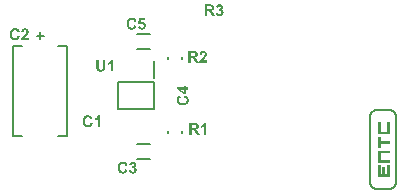
<source format=gto>
G04*
G04 #@! TF.GenerationSoftware,Altium Limited,Altium Designer,22.5.1 (42)*
G04*
G04 Layer_Color=65535*
%FSLAX25Y25*%
%MOIN*%
G70*
G04*
G04 #@! TF.SameCoordinates,11F32A4F-6B9E-4148-B8DF-231AA1DA3EC5*
G04*
G04*
G04 #@! TF.FilePolarity,Positive*
G04*
G01*
G75*
%ADD10C,0.00500*%
%ADD11C,0.00787*%
G36*
X127532Y30140D02*
X123551D01*
Y34121D01*
X124448D01*
Y31037D01*
X126642D01*
Y34121D01*
X127532D01*
Y30140D01*
D02*
G37*
G36*
X124448Y27858D02*
X127532D01*
Y26954D01*
X124448D01*
Y25416D01*
X123551D01*
Y29397D01*
X124448D01*
Y27858D01*
D02*
G37*
G36*
X127532Y23776D02*
X124448D01*
Y21589D01*
X127532D01*
Y20692D01*
X123551D01*
Y24673D01*
X127532D01*
Y23776D01*
D02*
G37*
G36*
Y15969D02*
X123551D01*
Y19949D01*
X124448D01*
Y16865D01*
X125097D01*
Y19183D01*
X125993D01*
Y16865D01*
X126642D01*
Y19949D01*
X127532D01*
Y15969D01*
D02*
G37*
G36*
X27045Y36484D02*
X27106Y36479D01*
X27173Y36467D01*
X27251Y36456D01*
X27334Y36440D01*
X27423Y36417D01*
X27517Y36390D01*
X27612Y36356D01*
X27711Y36312D01*
X27806Y36268D01*
X27894Y36212D01*
X27989Y36146D01*
X28072Y36073D01*
X28078D01*
X28083Y36062D01*
X28100Y36046D01*
X28117Y36029D01*
X28139Y36001D01*
X28161Y35968D01*
X28222Y35890D01*
X28283Y35790D01*
X28350Y35668D01*
X28411Y35530D01*
X28466Y35369D01*
X27700Y35185D01*
Y35191D01*
X27695Y35197D01*
Y35213D01*
X27684Y35235D01*
X27667Y35285D01*
X27639Y35352D01*
X27600Y35430D01*
X27551Y35507D01*
X27484Y35585D01*
X27412Y35652D01*
X27401Y35657D01*
X27373Y35679D01*
X27328Y35707D01*
X27267Y35740D01*
X27190Y35774D01*
X27101Y35802D01*
X27001Y35824D01*
X26890Y35829D01*
X26851D01*
X26818Y35824D01*
X26785Y35818D01*
X26740Y35813D01*
X26646Y35790D01*
X26535Y35752D01*
X26418Y35696D01*
X26357Y35663D01*
X26302Y35624D01*
X26246Y35574D01*
X26196Y35518D01*
Y35513D01*
X26185Y35502D01*
X26174Y35485D01*
X26157Y35457D01*
X26135Y35424D01*
X26113Y35385D01*
X26091Y35335D01*
X26069Y35280D01*
X26041Y35213D01*
X26019Y35141D01*
X25996Y35058D01*
X25974Y34969D01*
X25958Y34869D01*
X25947Y34764D01*
X25941Y34647D01*
X25935Y34519D01*
Y34514D01*
Y34486D01*
Y34447D01*
X25941Y34403D01*
Y34342D01*
X25952Y34270D01*
X25958Y34198D01*
X25969Y34114D01*
X26002Y33942D01*
X26046Y33770D01*
X26074Y33687D01*
X26113Y33609D01*
X26152Y33537D01*
X26196Y33476D01*
X26202Y33470D01*
X26207Y33465D01*
X26224Y33448D01*
X26246Y33426D01*
X26302Y33382D01*
X26379Y33326D01*
X26474Y33265D01*
X26590Y33221D01*
X26724Y33182D01*
X26796Y33176D01*
X26873Y33171D01*
X26901D01*
X26923Y33176D01*
X26984Y33182D01*
X27057Y33193D01*
X27134Y33221D01*
X27223Y33254D01*
X27312Y33298D01*
X27401Y33365D01*
X27412Y33376D01*
X27439Y33404D01*
X27478Y33448D01*
X27523Y33515D01*
X27578Y33604D01*
X27628Y33709D01*
X27678Y33837D01*
X27722Y33987D01*
X28477Y33753D01*
Y33748D01*
X28472Y33726D01*
X28461Y33692D01*
X28444Y33648D01*
X28422Y33598D01*
X28400Y33537D01*
X28372Y33470D01*
X28339Y33398D01*
X28261Y33248D01*
X28161Y33093D01*
X28039Y32943D01*
X27972Y32877D01*
X27900Y32816D01*
X27894Y32810D01*
X27883Y32805D01*
X27861Y32788D01*
X27828Y32766D01*
X27789Y32743D01*
X27739Y32721D01*
X27684Y32693D01*
X27623Y32666D01*
X27551Y32632D01*
X27473Y32605D01*
X27389Y32583D01*
X27301Y32560D01*
X27206Y32538D01*
X27101Y32521D01*
X26995Y32516D01*
X26879Y32510D01*
X26846D01*
X26807Y32516D01*
X26751Y32521D01*
X26690Y32527D01*
X26612Y32538D01*
X26529Y32555D01*
X26435Y32577D01*
X26341Y32605D01*
X26241Y32638D01*
X26135Y32682D01*
X26030Y32732D01*
X25924Y32788D01*
X25819Y32860D01*
X25719Y32938D01*
X25625Y33032D01*
X25619Y33038D01*
X25602Y33054D01*
X25580Y33088D01*
X25547Y33126D01*
X25514Y33182D01*
X25469Y33243D01*
X25425Y33321D01*
X25380Y33409D01*
X25336Y33504D01*
X25292Y33609D01*
X25247Y33731D01*
X25214Y33859D01*
X25181Y33992D01*
X25158Y34142D01*
X25142Y34297D01*
X25136Y34464D01*
Y34470D01*
Y34475D01*
Y34508D01*
X25142Y34558D01*
Y34625D01*
X25153Y34703D01*
X25164Y34797D01*
X25175Y34897D01*
X25197Y35013D01*
X25225Y35130D01*
X25258Y35252D01*
X25297Y35374D01*
X25347Y35502D01*
X25403Y35624D01*
X25469Y35740D01*
X25541Y35851D01*
X25630Y35957D01*
X25636Y35962D01*
X25652Y35979D01*
X25680Y36007D01*
X25719Y36040D01*
X25769Y36079D01*
X25830Y36123D01*
X25897Y36173D01*
X25980Y36223D01*
X26069Y36273D01*
X26163Y36323D01*
X26274Y36368D01*
X26385Y36406D01*
X26513Y36440D01*
X26640Y36467D01*
X26785Y36484D01*
X26929Y36490D01*
X26995D01*
X27045Y36484D01*
D02*
G37*
G36*
X30864Y32577D02*
X30126D01*
Y35357D01*
X30120Y35352D01*
X30109Y35341D01*
X30087Y35324D01*
X30053Y35296D01*
X30015Y35263D01*
X29970Y35230D01*
X29915Y35191D01*
X29854Y35147D01*
X29787Y35102D01*
X29715Y35058D01*
X29637Y35008D01*
X29554Y34963D01*
X29376Y34880D01*
X29177Y34802D01*
Y35469D01*
X29182D01*
X29188Y35474D01*
X29204Y35480D01*
X29226Y35485D01*
X29282Y35513D01*
X29360Y35546D01*
X29454Y35591D01*
X29560Y35652D01*
X29676Y35729D01*
X29798Y35818D01*
X29804Y35824D01*
X29815Y35829D01*
X29831Y35846D01*
X29854Y35868D01*
X29915Y35924D01*
X29981Y35996D01*
X30059Y36084D01*
X30137Y36195D01*
X30209Y36312D01*
X30264Y36440D01*
X30864D01*
Y32577D01*
D02*
G37*
G36*
X32764Y52920D02*
Y52914D01*
Y52892D01*
Y52853D01*
Y52808D01*
Y52753D01*
X32758Y52686D01*
Y52614D01*
Y52542D01*
X32747Y52381D01*
X32736Y52215D01*
X32730Y52143D01*
X32719Y52070D01*
X32708Y52004D01*
X32697Y51943D01*
Y51937D01*
X32691Y51932D01*
Y51915D01*
X32686Y51898D01*
X32669Y51843D01*
X32647Y51776D01*
X32614Y51698D01*
X32575Y51621D01*
X32525Y51538D01*
X32464Y51460D01*
X32458Y51449D01*
X32436Y51427D01*
X32397Y51393D01*
X32347Y51349D01*
X32281Y51299D01*
X32203Y51249D01*
X32114Y51193D01*
X32014Y51149D01*
X32009D01*
X32003Y51143D01*
X31987Y51138D01*
X31964Y51132D01*
X31937Y51121D01*
X31903Y51110D01*
X31859Y51099D01*
X31815Y51094D01*
X31709Y51071D01*
X31582Y51049D01*
X31437Y51038D01*
X31276Y51033D01*
X31187D01*
X31137Y51038D01*
X31087D01*
X31027Y51044D01*
X30965Y51049D01*
X30832Y51060D01*
X30694Y51082D01*
X30555Y51116D01*
X30494Y51132D01*
X30438Y51155D01*
X30433D01*
X30427Y51160D01*
X30394Y51177D01*
X30338Y51205D01*
X30277Y51243D01*
X30205Y51293D01*
X30127Y51349D01*
X30055Y51415D01*
X29989Y51488D01*
X29983Y51499D01*
X29961Y51521D01*
X29933Y51565D01*
X29900Y51621D01*
X29866Y51682D01*
X29828Y51754D01*
X29800Y51832D01*
X29772Y51915D01*
Y51920D01*
X29767Y51932D01*
Y51948D01*
X29761Y51976D01*
X29755Y52009D01*
X29750Y52054D01*
X29744Y52104D01*
X29739Y52159D01*
X29728Y52226D01*
X29722Y52298D01*
X29717Y52376D01*
X29711Y52464D01*
X29706Y52559D01*
Y52664D01*
X29700Y52775D01*
Y52892D01*
Y54945D01*
X30477D01*
Y52859D01*
Y52853D01*
Y52836D01*
Y52814D01*
Y52781D01*
Y52736D01*
Y52692D01*
X30483Y52592D01*
Y52481D01*
X30488Y52376D01*
X30494Y52326D01*
Y52281D01*
X30499Y52248D01*
X30505Y52215D01*
Y52204D01*
X30516Y52176D01*
X30533Y52131D01*
X30555Y52076D01*
X30582Y52015D01*
X30627Y51954D01*
X30677Y51887D01*
X30738Y51832D01*
X30749Y51826D01*
X30771Y51810D01*
X30816Y51787D01*
X30871Y51765D01*
X30949Y51737D01*
X31038Y51715D01*
X31137Y51698D01*
X31254Y51693D01*
X31310D01*
X31365Y51698D01*
X31437Y51710D01*
X31520Y51726D01*
X31598Y51749D01*
X31681Y51782D01*
X31748Y51826D01*
X31754Y51832D01*
X31776Y51848D01*
X31804Y51876D01*
X31837Y51915D01*
X31870Y51965D01*
X31903Y52020D01*
X31931Y52082D01*
X31948Y52154D01*
Y52165D01*
X31953Y52192D01*
X31959Y52242D01*
X31970Y52309D01*
Y52353D01*
X31975Y52403D01*
Y52459D01*
X31981Y52514D01*
Y52581D01*
X31987Y52653D01*
Y52731D01*
Y52814D01*
Y54945D01*
X32764D01*
Y52920D01*
D02*
G37*
G36*
X35300Y51105D02*
X34562D01*
Y53885D01*
X34556Y53880D01*
X34545Y53869D01*
X34523Y53852D01*
X34490Y53824D01*
X34451Y53791D01*
X34406Y53758D01*
X34351Y53719D01*
X34290Y53674D01*
X34223Y53630D01*
X34151Y53585D01*
X34073Y53536D01*
X33990Y53491D01*
X33813Y53408D01*
X33613Y53330D01*
Y53996D01*
X33618D01*
X33624Y54002D01*
X33641Y54007D01*
X33663Y54013D01*
X33718Y54041D01*
X33796Y54074D01*
X33890Y54118D01*
X33996Y54179D01*
X34112Y54257D01*
X34234Y54346D01*
X34240Y54351D01*
X34251Y54357D01*
X34268Y54374D01*
X34290Y54396D01*
X34351Y54451D01*
X34418Y54523D01*
X34495Y54612D01*
X34573Y54723D01*
X34645Y54840D01*
X34701Y54967D01*
X35300D01*
Y51105D01*
D02*
G37*
G36*
X70890Y73462D02*
X70940Y73456D01*
X70990Y73451D01*
X71051Y73440D01*
X71112Y73423D01*
X71250Y73384D01*
X71323Y73356D01*
X71400Y73318D01*
X71473Y73279D01*
X71539Y73234D01*
X71611Y73179D01*
X71672Y73118D01*
X71678Y73112D01*
X71683Y73107D01*
X71700Y73090D01*
X71717Y73068D01*
X71761Y73012D01*
X71811Y72935D01*
X71861Y72840D01*
X71900Y72729D01*
X71933Y72607D01*
X71939Y72546D01*
X71944Y72480D01*
Y72474D01*
Y72457D01*
X71939Y72430D01*
X71933Y72396D01*
X71928Y72352D01*
X71917Y72302D01*
X71900Y72246D01*
X71878Y72185D01*
X71844Y72124D01*
X71811Y72058D01*
X71767Y71991D01*
X71711Y71925D01*
X71645Y71858D01*
X71572Y71791D01*
X71489Y71730D01*
X71389Y71669D01*
X71395D01*
X71406Y71664D01*
X71423D01*
X71445Y71653D01*
X71506Y71636D01*
X71578Y71603D01*
X71661Y71558D01*
X71750Y71503D01*
X71839Y71431D01*
X71917Y71347D01*
X71928Y71336D01*
X71950Y71303D01*
X71978Y71253D01*
X72016Y71181D01*
X72055Y71098D01*
X72083Y70992D01*
X72105Y70881D01*
X72116Y70754D01*
Y70748D01*
Y70731D01*
Y70704D01*
X72111Y70670D01*
X72105Y70626D01*
X72094Y70576D01*
X72083Y70515D01*
X72072Y70454D01*
X72027Y70321D01*
X71994Y70249D01*
X71961Y70171D01*
X71917Y70099D01*
X71867Y70026D01*
X71811Y69954D01*
X71745Y69888D01*
X71739Y69882D01*
X71728Y69871D01*
X71706Y69854D01*
X71678Y69832D01*
X71639Y69805D01*
X71600Y69777D01*
X71545Y69743D01*
X71489Y69710D01*
X71428Y69677D01*
X71356Y69643D01*
X71278Y69616D01*
X71201Y69588D01*
X71112Y69566D01*
X71023Y69549D01*
X70923Y69538D01*
X70823Y69533D01*
X70773D01*
X70734Y69538D01*
X70690Y69544D01*
X70640Y69549D01*
X70584Y69560D01*
X70518Y69571D01*
X70385Y69605D01*
X70240Y69660D01*
X70163Y69693D01*
X70096Y69732D01*
X70024Y69782D01*
X69957Y69832D01*
X69952Y69838D01*
X69941Y69849D01*
X69924Y69866D01*
X69902Y69888D01*
X69874Y69915D01*
X69846Y69954D01*
X69813Y69993D01*
X69780Y70043D01*
X69747Y70099D01*
X69708Y70154D01*
X69647Y70287D01*
X69597Y70443D01*
X69574Y70526D01*
X69563Y70615D01*
X70274Y70704D01*
Y70698D01*
Y70692D01*
X70279Y70659D01*
X70290Y70609D01*
X70307Y70548D01*
X70335Y70482D01*
X70363Y70409D01*
X70407Y70343D01*
X70457Y70282D01*
X70462Y70276D01*
X70485Y70260D01*
X70518Y70237D01*
X70557Y70215D01*
X70612Y70187D01*
X70673Y70165D01*
X70740Y70149D01*
X70818Y70143D01*
X70829D01*
X70856Y70149D01*
X70895Y70154D01*
X70951Y70165D01*
X71012Y70187D01*
X71073Y70215D01*
X71140Y70260D01*
X71201Y70315D01*
X71206Y70321D01*
X71228Y70348D01*
X71250Y70387D01*
X71284Y70437D01*
X71312Y70504D01*
X71339Y70587D01*
X71356Y70681D01*
X71362Y70787D01*
Y70792D01*
Y70798D01*
Y70831D01*
X71356Y70881D01*
X71345Y70948D01*
X71323Y71020D01*
X71295Y71092D01*
X71256Y71164D01*
X71206Y71231D01*
X71201Y71236D01*
X71178Y71259D01*
X71145Y71286D01*
X71106Y71314D01*
X71051Y71347D01*
X70990Y71370D01*
X70923Y71392D01*
X70845Y71397D01*
X70790D01*
X70751Y71392D01*
X70701Y71386D01*
X70640Y71375D01*
X70579Y71359D01*
X70507Y71342D01*
X70584Y71936D01*
X70635D01*
X70690Y71941D01*
X70757Y71947D01*
X70829Y71963D01*
X70906Y71986D01*
X70979Y72019D01*
X71045Y72063D01*
X71051Y72069D01*
X71073Y72091D01*
X71095Y72119D01*
X71128Y72163D01*
X71156Y72213D01*
X71184Y72274D01*
X71201Y72346D01*
X71206Y72430D01*
Y72441D01*
Y72463D01*
X71201Y72496D01*
X71189Y72541D01*
X71178Y72591D01*
X71156Y72641D01*
X71128Y72696D01*
X71090Y72740D01*
X71084Y72746D01*
X71067Y72757D01*
X71045Y72779D01*
X71006Y72802D01*
X70962Y72818D01*
X70912Y72840D01*
X70845Y72851D01*
X70779Y72857D01*
X70745D01*
X70712Y72851D01*
X70668Y72840D01*
X70618Y72824D01*
X70562Y72802D01*
X70507Y72768D01*
X70457Y72724D01*
X70451Y72718D01*
X70435Y72702D01*
X70412Y72668D01*
X70385Y72624D01*
X70357Y72574D01*
X70335Y72507D01*
X70313Y72430D01*
X70296Y72341D01*
X69619Y72452D01*
Y72457D01*
X69624Y72469D01*
Y72485D01*
X69630Y72513D01*
X69647Y72574D01*
X69669Y72657D01*
X69702Y72746D01*
X69735Y72840D01*
X69780Y72929D01*
X69830Y73012D01*
X69835Y73023D01*
X69858Y73046D01*
X69891Y73084D01*
X69935Y73134D01*
X69991Y73184D01*
X70057Y73240D01*
X70140Y73295D01*
X70229Y73345D01*
X70235D01*
X70240Y73351D01*
X70274Y73362D01*
X70329Y73384D01*
X70396Y73406D01*
X70479Y73429D01*
X70579Y73451D01*
X70684Y73462D01*
X70801Y73467D01*
X70851D01*
X70890Y73462D01*
D02*
G37*
G36*
X67665Y73440D02*
X67726D01*
X67787Y73434D01*
X67860D01*
X68004Y73418D01*
X68154Y73401D01*
X68292Y73373D01*
X68353Y73356D01*
X68409Y73340D01*
X68414D01*
X68420Y73334D01*
X68453Y73318D01*
X68503Y73290D01*
X68570Y73257D01*
X68642Y73201D01*
X68714Y73140D01*
X68786Y73062D01*
X68853Y72968D01*
Y72962D01*
X68858Y72957D01*
X68870Y72940D01*
X68881Y72924D01*
X68908Y72868D01*
X68942Y72796D01*
X68970Y72707D01*
X68997Y72607D01*
X69019Y72491D01*
X69025Y72369D01*
Y72363D01*
Y72352D01*
Y72324D01*
X69019Y72296D01*
Y72258D01*
X69014Y72219D01*
X68992Y72119D01*
X68964Y72002D01*
X68919Y71886D01*
X68853Y71764D01*
X68814Y71708D01*
X68770Y71653D01*
X68764Y71647D01*
X68759Y71641D01*
X68742Y71625D01*
X68720Y71608D01*
X68698Y71586D01*
X68664Y71558D01*
X68625Y71530D01*
X68581Y71503D01*
X68531Y71469D01*
X68470Y71442D01*
X68409Y71414D01*
X68342Y71386D01*
X68265Y71359D01*
X68187Y71336D01*
X68104Y71314D01*
X68009Y71297D01*
X68015D01*
X68020Y71292D01*
X68054Y71270D01*
X68098Y71242D01*
X68154Y71203D01*
X68220Y71153D01*
X68287Y71103D01*
X68359Y71042D01*
X68420Y70976D01*
X68426Y70970D01*
X68453Y70942D01*
X68487Y70898D01*
X68537Y70831D01*
X68603Y70748D01*
X68637Y70692D01*
X68675Y70637D01*
X68720Y70576D01*
X68764Y70509D01*
X68814Y70432D01*
X68864Y70354D01*
X69336Y69605D01*
X68403D01*
X67848Y70437D01*
X67843Y70443D01*
X67837Y70459D01*
X67821Y70482D01*
X67798Y70509D01*
X67776Y70543D01*
X67748Y70587D01*
X67687Y70676D01*
X67615Y70776D01*
X67549Y70864D01*
X67488Y70948D01*
X67460Y70976D01*
X67438Y71003D01*
X67432Y71009D01*
X67421Y71020D01*
X67399Y71042D01*
X67371Y71070D01*
X67332Y71092D01*
X67293Y71120D01*
X67249Y71142D01*
X67205Y71164D01*
X67199D01*
X67182Y71170D01*
X67155Y71181D01*
X67110Y71186D01*
X67055Y71197D01*
X66988Y71203D01*
X66910Y71209D01*
X66661D01*
Y69605D01*
X65884D01*
Y73445D01*
X67615D01*
X67665Y73440D01*
D02*
G37*
G36*
X65470Y57926D02*
X65520Y57920D01*
X65576Y57915D01*
X65637Y57904D01*
X65703Y57893D01*
X65848Y57854D01*
X65992Y57798D01*
X66070Y57765D01*
X66136Y57726D01*
X66208Y57676D01*
X66269Y57621D01*
X66275Y57615D01*
X66286Y57609D01*
X66297Y57587D01*
X66319Y57565D01*
X66347Y57537D01*
X66375Y57499D01*
X66403Y57460D01*
X66436Y57410D01*
X66491Y57299D01*
X66547Y57171D01*
X66569Y57099D01*
X66580Y57021D01*
X66591Y56938D01*
X66597Y56855D01*
Y56844D01*
Y56810D01*
X66591Y56760D01*
X66586Y56699D01*
X66575Y56622D01*
X66558Y56538D01*
X66536Y56450D01*
X66502Y56361D01*
X66497Y56350D01*
X66486Y56322D01*
X66464Y56272D01*
X66430Y56211D01*
X66391Y56139D01*
X66342Y56055D01*
X66281Y55967D01*
X66208Y55872D01*
X66203Y55867D01*
X66181Y55839D01*
X66147Y55800D01*
X66097Y55745D01*
X66031Y55678D01*
X65948Y55589D01*
X65848Y55495D01*
X65725Y55378D01*
X65720Y55373D01*
X65709Y55367D01*
X65692Y55351D01*
X65670Y55328D01*
X65609Y55273D01*
X65537Y55206D01*
X65465Y55134D01*
X65393Y55062D01*
X65326Y55001D01*
X65304Y54973D01*
X65282Y54951D01*
X65276Y54945D01*
X65265Y54934D01*
X65248Y54912D01*
X65226Y54884D01*
X65176Y54823D01*
X65132Y54751D01*
X66597D01*
Y54069D01*
X64016D01*
Y54074D01*
Y54085D01*
X64022Y54107D01*
X64027Y54135D01*
X64033Y54168D01*
X64038Y54207D01*
X64061Y54307D01*
X64094Y54418D01*
X64138Y54540D01*
X64194Y54674D01*
X64266Y54801D01*
Y54807D01*
X64277Y54818D01*
X64288Y54840D01*
X64310Y54862D01*
X64332Y54901D01*
X64366Y54940D01*
X64405Y54990D01*
X64449Y55045D01*
X64499Y55112D01*
X64560Y55179D01*
X64627Y55256D01*
X64704Y55339D01*
X64788Y55423D01*
X64882Y55517D01*
X64982Y55617D01*
X65093Y55722D01*
X65098Y55728D01*
X65115Y55745D01*
X65137Y55767D01*
X65171Y55800D01*
X65215Y55834D01*
X65259Y55878D01*
X65359Y55978D01*
X65459Y56083D01*
X65559Y56189D01*
X65603Y56233D01*
X65648Y56283D01*
X65681Y56322D01*
X65703Y56355D01*
X65709Y56366D01*
X65725Y56394D01*
X65753Y56438D01*
X65781Y56499D01*
X65809Y56566D01*
X65837Y56644D01*
X65853Y56722D01*
X65859Y56805D01*
Y56810D01*
Y56816D01*
Y56844D01*
X65853Y56894D01*
X65842Y56949D01*
X65825Y57010D01*
X65803Y57071D01*
X65770Y57132D01*
X65725Y57188D01*
X65720Y57193D01*
X65703Y57210D01*
X65670Y57232D01*
X65631Y57254D01*
X65576Y57276D01*
X65515Y57299D01*
X65443Y57315D01*
X65359Y57321D01*
X65320D01*
X65276Y57315D01*
X65226Y57304D01*
X65165Y57288D01*
X65104Y57260D01*
X65043Y57227D01*
X64987Y57182D01*
X64982Y57177D01*
X64965Y57154D01*
X64943Y57121D01*
X64921Y57071D01*
X64893Y57010D01*
X64871Y56927D01*
X64849Y56832D01*
X64837Y56722D01*
X64105Y56794D01*
Y56799D01*
X64110Y56821D01*
Y56849D01*
X64122Y56894D01*
X64127Y56944D01*
X64144Y56999D01*
X64161Y57060D01*
X64177Y57132D01*
X64233Y57271D01*
X64299Y57415D01*
X64344Y57487D01*
X64394Y57554D01*
X64449Y57609D01*
X64510Y57665D01*
X64516Y57671D01*
X64527Y57676D01*
X64543Y57687D01*
X64571Y57709D01*
X64604Y57726D01*
X64649Y57748D01*
X64693Y57776D01*
X64749Y57798D01*
X64810Y57826D01*
X64876Y57848D01*
X65021Y57893D01*
X65193Y57920D01*
X65282Y57926D01*
X65376Y57931D01*
X65431D01*
X65470Y57926D01*
D02*
G37*
G36*
X62185Y57904D02*
X62246D01*
X62307Y57898D01*
X62379D01*
X62523Y57881D01*
X62673Y57865D01*
X62812Y57837D01*
X62873Y57820D01*
X62928Y57804D01*
X62934D01*
X62939Y57798D01*
X62973Y57782D01*
X63023Y57754D01*
X63089Y57721D01*
X63161Y57665D01*
X63234Y57604D01*
X63306Y57526D01*
X63372Y57432D01*
Y57426D01*
X63378Y57421D01*
X63389Y57404D01*
X63400Y57388D01*
X63428Y57332D01*
X63461Y57260D01*
X63489Y57171D01*
X63517Y57071D01*
X63539Y56955D01*
X63544Y56832D01*
Y56827D01*
Y56816D01*
Y56788D01*
X63539Y56760D01*
Y56722D01*
X63533Y56683D01*
X63511Y56583D01*
X63483Y56466D01*
X63439Y56350D01*
X63372Y56227D01*
X63333Y56172D01*
X63289Y56116D01*
X63284Y56111D01*
X63278Y56105D01*
X63261Y56089D01*
X63239Y56072D01*
X63217Y56050D01*
X63184Y56022D01*
X63145Y55994D01*
X63100Y55967D01*
X63051Y55933D01*
X62989Y55906D01*
X62928Y55878D01*
X62862Y55850D01*
X62784Y55822D01*
X62706Y55800D01*
X62623Y55778D01*
X62529Y55761D01*
X62534D01*
X62540Y55756D01*
X62573Y55734D01*
X62618Y55706D01*
X62673Y55667D01*
X62740Y55617D01*
X62806Y55567D01*
X62878Y55506D01*
X62939Y55439D01*
X62945Y55434D01*
X62973Y55406D01*
X63006Y55362D01*
X63056Y55295D01*
X63123Y55212D01*
X63156Y55156D01*
X63195Y55101D01*
X63239Y55040D01*
X63284Y54973D01*
X63333Y54896D01*
X63384Y54818D01*
X63855Y54069D01*
X62923D01*
X62368Y54901D01*
X62362Y54907D01*
X62357Y54923D01*
X62340Y54945D01*
X62318Y54973D01*
X62296Y55007D01*
X62268Y55051D01*
X62207Y55140D01*
X62135Y55240D01*
X62068Y55328D01*
X62007Y55412D01*
X61979Y55439D01*
X61957Y55467D01*
X61952Y55473D01*
X61940Y55484D01*
X61918Y55506D01*
X61891Y55534D01*
X61852Y55556D01*
X61813Y55584D01*
X61768Y55606D01*
X61724Y55628D01*
X61718D01*
X61702Y55634D01*
X61674Y55645D01*
X61630Y55650D01*
X61574Y55661D01*
X61508Y55667D01*
X61430Y55673D01*
X61180D01*
Y54069D01*
X60403D01*
Y57909D01*
X62135D01*
X62185Y57904D01*
D02*
G37*
G36*
X66294Y30069D02*
X65556D01*
Y32849D01*
X65551Y32844D01*
X65540Y32833D01*
X65517Y32816D01*
X65484Y32788D01*
X65445Y32755D01*
X65401Y32721D01*
X65345Y32683D01*
X65284Y32638D01*
X65218Y32594D01*
X65146Y32550D01*
X65068Y32500D01*
X64985Y32455D01*
X64807Y32372D01*
X64607Y32294D01*
Y32960D01*
X64613D01*
X64618Y32966D01*
X64635Y32971D01*
X64657Y32977D01*
X64713Y33005D01*
X64790Y33038D01*
X64885Y33082D01*
X64990Y33143D01*
X65107Y33221D01*
X65229Y33310D01*
X65234Y33315D01*
X65245Y33321D01*
X65262Y33338D01*
X65284Y33360D01*
X65345Y33415D01*
X65412Y33487D01*
X65490Y33576D01*
X65567Y33687D01*
X65640Y33804D01*
X65695Y33931D01*
X66294D01*
Y30069D01*
D02*
G37*
G36*
X62487Y33904D02*
X62548D01*
X62609Y33898D01*
X62681D01*
X62826Y33882D01*
X62976Y33865D01*
X63114Y33837D01*
X63175Y33820D01*
X63231Y33804D01*
X63236D01*
X63242Y33798D01*
X63275Y33781D01*
X63325Y33754D01*
X63392Y33720D01*
X63464Y33665D01*
X63536Y33604D01*
X63608Y33526D01*
X63675Y33432D01*
Y33426D01*
X63680Y33421D01*
X63692Y33404D01*
X63703Y33388D01*
X63730Y33332D01*
X63764Y33260D01*
X63791Y33171D01*
X63819Y33071D01*
X63841Y32955D01*
X63847Y32833D01*
Y32827D01*
Y32816D01*
Y32788D01*
X63841Y32760D01*
Y32721D01*
X63836Y32683D01*
X63814Y32583D01*
X63786Y32466D01*
X63741Y32350D01*
X63675Y32228D01*
X63636Y32172D01*
X63592Y32117D01*
X63586Y32111D01*
X63581Y32105D01*
X63564Y32089D01*
X63542Y32072D01*
X63519Y32050D01*
X63486Y32022D01*
X63447Y31995D01*
X63403Y31967D01*
X63353Y31933D01*
X63292Y31906D01*
X63231Y31878D01*
X63164Y31850D01*
X63086Y31822D01*
X63009Y31800D01*
X62926Y31778D01*
X62831Y31761D01*
X62837D01*
X62842Y31756D01*
X62876Y31734D01*
X62920Y31706D01*
X62976Y31667D01*
X63042Y31617D01*
X63109Y31567D01*
X63181Y31506D01*
X63242Y31439D01*
X63248Y31434D01*
X63275Y31406D01*
X63309Y31362D01*
X63358Y31295D01*
X63425Y31212D01*
X63458Y31156D01*
X63497Y31101D01*
X63542Y31040D01*
X63586Y30973D01*
X63636Y30896D01*
X63686Y30818D01*
X64158Y30069D01*
X63225D01*
X62670Y30901D01*
X62665Y30907D01*
X62659Y30923D01*
X62643Y30946D01*
X62620Y30973D01*
X62598Y31007D01*
X62570Y31051D01*
X62509Y31140D01*
X62437Y31240D01*
X62371Y31328D01*
X62309Y31412D01*
X62282Y31439D01*
X62260Y31467D01*
X62254Y31473D01*
X62243Y31484D01*
X62221Y31506D01*
X62193Y31534D01*
X62154Y31556D01*
X62115Y31584D01*
X62071Y31606D01*
X62027Y31628D01*
X62021D01*
X62004Y31634D01*
X61976Y31645D01*
X61932Y31650D01*
X61877Y31661D01*
X61810Y31667D01*
X61732Y31673D01*
X61483D01*
Y30069D01*
X60706D01*
Y33909D01*
X62437D01*
X62487Y33904D01*
D02*
G37*
G36*
X41687Y68987D02*
X41748Y68981D01*
X41815Y68970D01*
X41893Y68959D01*
X41976Y68942D01*
X42065Y68920D01*
X42159Y68893D01*
X42254Y68859D01*
X42353Y68815D01*
X42448Y68770D01*
X42537Y68715D01*
X42631Y68648D01*
X42714Y68576D01*
X42720D01*
X42725Y68565D01*
X42742Y68549D01*
X42759Y68532D01*
X42781Y68504D01*
X42803Y68471D01*
X42864Y68393D01*
X42925Y68293D01*
X42992Y68171D01*
X43053Y68032D01*
X43108Y67871D01*
X42342Y67688D01*
Y67694D01*
X42337Y67699D01*
Y67716D01*
X42326Y67738D01*
X42309Y67788D01*
X42281Y67855D01*
X42242Y67932D01*
X42193Y68010D01*
X42126Y68088D01*
X42054Y68154D01*
X42043Y68160D01*
X42015Y68182D01*
X41971Y68210D01*
X41909Y68243D01*
X41832Y68277D01*
X41743Y68304D01*
X41643Y68326D01*
X41532Y68332D01*
X41493D01*
X41460Y68326D01*
X41427Y68321D01*
X41382Y68315D01*
X41288Y68293D01*
X41177Y68254D01*
X41060Y68199D01*
X40999Y68165D01*
X40944Y68127D01*
X40888Y68077D01*
X40838Y68021D01*
Y68016D01*
X40827Y68005D01*
X40816Y67988D01*
X40799Y67960D01*
X40777Y67927D01*
X40755Y67888D01*
X40733Y67838D01*
X40711Y67783D01*
X40683Y67716D01*
X40661Y67644D01*
X40639Y67561D01*
X40616Y67472D01*
X40600Y67372D01*
X40589Y67266D01*
X40583Y67150D01*
X40577Y67022D01*
Y67017D01*
Y66989D01*
Y66950D01*
X40583Y66906D01*
Y66845D01*
X40594Y66773D01*
X40600Y66700D01*
X40611Y66617D01*
X40644Y66445D01*
X40688Y66273D01*
X40716Y66190D01*
X40755Y66112D01*
X40794Y66040D01*
X40838Y65979D01*
X40844Y65973D01*
X40849Y65968D01*
X40866Y65951D01*
X40888Y65929D01*
X40944Y65885D01*
X41021Y65829D01*
X41116Y65768D01*
X41232Y65724D01*
X41366Y65685D01*
X41438Y65679D01*
X41515Y65674D01*
X41543D01*
X41565Y65679D01*
X41626Y65685D01*
X41699Y65696D01*
X41776Y65724D01*
X41865Y65757D01*
X41954Y65801D01*
X42043Y65868D01*
X42054Y65879D01*
X42081Y65907D01*
X42120Y65951D01*
X42165Y66018D01*
X42220Y66106D01*
X42270Y66212D01*
X42320Y66339D01*
X42364Y66489D01*
X43119Y66256D01*
Y66251D01*
X43114Y66228D01*
X43103Y66195D01*
X43086Y66151D01*
X43064Y66101D01*
X43042Y66040D01*
X43014Y65973D01*
X42981Y65901D01*
X42903Y65751D01*
X42803Y65596D01*
X42681Y65446D01*
X42614Y65379D01*
X42542Y65318D01*
X42537Y65313D01*
X42526Y65307D01*
X42503Y65291D01*
X42470Y65268D01*
X42431Y65246D01*
X42381Y65224D01*
X42326Y65196D01*
X42265Y65168D01*
X42193Y65135D01*
X42115Y65107D01*
X42031Y65085D01*
X41943Y65063D01*
X41848Y65041D01*
X41743Y65024D01*
X41638Y65019D01*
X41521Y65013D01*
X41488D01*
X41449Y65019D01*
X41393Y65024D01*
X41332Y65030D01*
X41254Y65041D01*
X41171Y65057D01*
X41077Y65080D01*
X40983Y65107D01*
X40883Y65141D01*
X40777Y65185D01*
X40672Y65235D01*
X40566Y65291D01*
X40461Y65363D01*
X40361Y65440D01*
X40267Y65535D01*
X40261Y65540D01*
X40244Y65557D01*
X40222Y65590D01*
X40189Y65629D01*
X40156Y65685D01*
X40111Y65746D01*
X40067Y65823D01*
X40022Y65912D01*
X39978Y66007D01*
X39934Y66112D01*
X39889Y66234D01*
X39856Y66362D01*
X39823Y66495D01*
X39800Y66645D01*
X39784Y66800D01*
X39778Y66967D01*
Y66972D01*
Y66978D01*
Y67011D01*
X39784Y67061D01*
Y67128D01*
X39795Y67205D01*
X39806Y67300D01*
X39817Y67400D01*
X39839Y67516D01*
X39867Y67633D01*
X39900Y67755D01*
X39939Y67877D01*
X39989Y68005D01*
X40045Y68127D01*
X40111Y68243D01*
X40183Y68354D01*
X40272Y68460D01*
X40278Y68465D01*
X40294Y68482D01*
X40322Y68510D01*
X40361Y68543D01*
X40411Y68582D01*
X40472Y68626D01*
X40539Y68676D01*
X40622Y68726D01*
X40711Y68776D01*
X40805Y68826D01*
X40916Y68870D01*
X41027Y68909D01*
X41155Y68942D01*
X41282Y68970D01*
X41427Y68987D01*
X41571Y68992D01*
X41638D01*
X41687Y68987D01*
D02*
G37*
G36*
X46050Y68182D02*
X44657D01*
X44540Y67527D01*
X44546D01*
X44551Y67533D01*
X44585Y67550D01*
X44635Y67566D01*
X44695Y67594D01*
X44773Y67616D01*
X44857Y67633D01*
X44951Y67649D01*
X45045Y67655D01*
X45095D01*
X45128Y67649D01*
X45167Y67644D01*
X45217Y67638D01*
X45273Y67627D01*
X45334Y67611D01*
X45461Y67566D01*
X45534Y67538D01*
X45600Y67505D01*
X45672Y67461D01*
X45744Y67411D01*
X45811Y67355D01*
X45878Y67294D01*
X45883Y67289D01*
X45894Y67277D01*
X45911Y67255D01*
X45933Y67228D01*
X45955Y67194D01*
X45989Y67150D01*
X46016Y67100D01*
X46050Y67044D01*
X46083Y66983D01*
X46111Y66911D01*
X46144Y66834D01*
X46166Y66756D01*
X46189Y66667D01*
X46205Y66573D01*
X46216Y66473D01*
X46222Y66367D01*
Y66362D01*
Y66345D01*
Y66323D01*
X46216Y66290D01*
Y66245D01*
X46205Y66195D01*
X46200Y66140D01*
X46189Y66084D01*
X46155Y65951D01*
X46105Y65807D01*
X46072Y65729D01*
X46039Y65657D01*
X45994Y65585D01*
X45944Y65513D01*
X45939Y65507D01*
X45928Y65490D01*
X45905Y65468D01*
X45878Y65435D01*
X45839Y65396D01*
X45789Y65352D01*
X45733Y65307D01*
X45672Y65263D01*
X45600Y65213D01*
X45522Y65168D01*
X45439Y65124D01*
X45345Y65085D01*
X45245Y65052D01*
X45140Y65030D01*
X45023Y65013D01*
X44901Y65008D01*
X44851D01*
X44812Y65013D01*
X44768Y65019D01*
X44712Y65024D01*
X44657Y65030D01*
X44590Y65041D01*
X44457Y65074D01*
X44307Y65130D01*
X44235Y65157D01*
X44163Y65196D01*
X44096Y65241D01*
X44030Y65291D01*
X44024Y65296D01*
X44013Y65302D01*
X43996Y65318D01*
X43974Y65341D01*
X43952Y65374D01*
X43918Y65407D01*
X43891Y65446D01*
X43857Y65490D01*
X43819Y65546D01*
X43785Y65601D01*
X43724Y65735D01*
X43669Y65885D01*
X43652Y65968D01*
X43635Y66057D01*
X44368Y66134D01*
Y66123D01*
X44374Y66095D01*
X44385Y66045D01*
X44401Y65990D01*
X44424Y65929D01*
X44457Y65862D01*
X44501Y65801D01*
X44551Y65740D01*
X44557Y65735D01*
X44579Y65718D01*
X44612Y65696D01*
X44657Y65668D01*
X44707Y65640D01*
X44768Y65618D01*
X44840Y65601D01*
X44912Y65596D01*
X44923D01*
X44951Y65601D01*
X44995Y65607D01*
X45051Y65618D01*
X45112Y65640D01*
X45178Y65674D01*
X45245Y65724D01*
X45306Y65785D01*
X45312Y65796D01*
X45334Y65818D01*
X45356Y65862D01*
X45389Y65929D01*
X45417Y66007D01*
X45445Y66101D01*
X45461Y66217D01*
X45467Y66351D01*
Y66356D01*
Y66367D01*
Y66384D01*
Y66412D01*
X45461Y66473D01*
X45445Y66550D01*
X45428Y66639D01*
X45400Y66728D01*
X45362Y66811D01*
X45306Y66883D01*
X45300Y66889D01*
X45278Y66911D01*
X45239Y66939D01*
X45195Y66978D01*
X45134Y67011D01*
X45062Y67039D01*
X44979Y67061D01*
X44890Y67067D01*
X44857D01*
X44834Y67061D01*
X44779Y67050D01*
X44701Y67033D01*
X44612Y67000D01*
X44518Y66950D01*
X44468Y66917D01*
X44418Y66878D01*
X44368Y66834D01*
X44318Y66784D01*
X43724Y66867D01*
X44102Y68870D01*
X46050D01*
Y68182D01*
D02*
G37*
G36*
X59652Y45764D02*
X60423D01*
Y45053D01*
X59652D01*
Y43477D01*
X59013D01*
X56566Y45142D01*
Y45764D01*
X59008D01*
Y46241D01*
X59652D01*
Y45764D01*
D02*
G37*
G36*
X59274Y43094D02*
X59307Y43083D01*
X59352Y43067D01*
X59402Y43044D01*
X59463Y43022D01*
X59530Y42994D01*
X59602Y42961D01*
X59751Y42884D01*
X59907Y42784D01*
X60057Y42661D01*
X60123Y42595D01*
X60184Y42523D01*
X60190Y42517D01*
X60195Y42506D01*
X60212Y42484D01*
X60234Y42451D01*
X60257Y42412D01*
X60279Y42362D01*
X60307Y42306D01*
X60334Y42245D01*
X60368Y42173D01*
X60395Y42095D01*
X60417Y42012D01*
X60440Y41923D01*
X60462Y41829D01*
X60479Y41723D01*
X60484Y41618D01*
X60490Y41502D01*
Y41468D01*
X60484Y41429D01*
X60479Y41374D01*
X60473Y41313D01*
X60462Y41235D01*
X60445Y41152D01*
X60423Y41058D01*
X60395Y40963D01*
X60362Y40863D01*
X60318Y40758D01*
X60268Y40652D01*
X60212Y40547D01*
X60140Y40442D01*
X60062Y40342D01*
X59968Y40247D01*
X59962Y40242D01*
X59946Y40225D01*
X59913Y40203D01*
X59874Y40170D01*
X59818Y40136D01*
X59757Y40092D01*
X59679Y40047D01*
X59591Y40003D01*
X59496Y39959D01*
X59391Y39914D01*
X59269Y39870D01*
X59141Y39836D01*
X59008Y39803D01*
X58858Y39781D01*
X58703Y39764D01*
X58536Y39759D01*
X58530D01*
X58525D01*
X58492D01*
X58442Y39764D01*
X58375D01*
X58297Y39775D01*
X58203Y39787D01*
X58103Y39798D01*
X57987Y39820D01*
X57870Y39848D01*
X57748Y39881D01*
X57626Y39920D01*
X57498Y39970D01*
X57376Y40025D01*
X57260Y40092D01*
X57149Y40164D01*
X57043Y40253D01*
X57038Y40258D01*
X57021Y40275D01*
X56993Y40303D01*
X56960Y40342D01*
X56921Y40391D01*
X56877Y40453D01*
X56827Y40519D01*
X56777Y40602D01*
X56727Y40691D01*
X56677Y40786D01*
X56632Y40897D01*
X56594Y41008D01*
X56560Y41135D01*
X56533Y41263D01*
X56516Y41407D01*
X56510Y41552D01*
Y41618D01*
X56516Y41668D01*
X56521Y41729D01*
X56533Y41796D01*
X56544Y41873D01*
X56560Y41957D01*
X56582Y42045D01*
X56610Y42140D01*
X56643Y42234D01*
X56688Y42334D01*
X56732Y42428D01*
X56788Y42517D01*
X56854Y42612D01*
X56927Y42695D01*
Y42700D01*
X56938Y42706D01*
X56954Y42722D01*
X56971Y42739D01*
X56999Y42761D01*
X57032Y42784D01*
X57110Y42845D01*
X57210Y42906D01*
X57332Y42972D01*
X57471Y43033D01*
X57631Y43089D01*
X57815Y42323D01*
X57809D01*
X57803Y42317D01*
X57787D01*
X57765Y42306D01*
X57715Y42290D01*
X57648Y42262D01*
X57570Y42223D01*
X57493Y42173D01*
X57415Y42107D01*
X57348Y42034D01*
X57343Y42023D01*
X57321Y41995D01*
X57293Y41951D01*
X57260Y41890D01*
X57226Y41812D01*
X57199Y41723D01*
X57176Y41624D01*
X57171Y41513D01*
Y41474D01*
X57176Y41440D01*
X57182Y41407D01*
X57187Y41363D01*
X57210Y41268D01*
X57249Y41157D01*
X57304Y41041D01*
X57337Y40980D01*
X57376Y40924D01*
X57426Y40869D01*
X57482Y40819D01*
X57487D01*
X57498Y40808D01*
X57515Y40797D01*
X57543Y40780D01*
X57576Y40758D01*
X57615Y40736D01*
X57665Y40713D01*
X57720Y40691D01*
X57787Y40663D01*
X57859Y40641D01*
X57942Y40619D01*
X58031Y40597D01*
X58131Y40580D01*
X58236Y40569D01*
X58353Y40564D01*
X58481Y40558D01*
X58486D01*
X58514D01*
X58553D01*
X58597Y40564D01*
X58658D01*
X58730Y40575D01*
X58802Y40580D01*
X58886Y40591D01*
X59058Y40625D01*
X59230Y40669D01*
X59313Y40697D01*
X59391Y40736D01*
X59463Y40775D01*
X59524Y40819D01*
X59530Y40824D01*
X59535Y40830D01*
X59552Y40847D01*
X59574Y40869D01*
X59618Y40924D01*
X59674Y41002D01*
X59735Y41096D01*
X59779Y41213D01*
X59818Y41346D01*
X59824Y41418D01*
X59829Y41496D01*
Y41524D01*
X59824Y41546D01*
X59818Y41607D01*
X59807Y41679D01*
X59779Y41757D01*
X59746Y41846D01*
X59702Y41934D01*
X59635Y42023D01*
X59624Y42034D01*
X59596Y42062D01*
X59552Y42101D01*
X59485Y42145D01*
X59396Y42201D01*
X59291Y42251D01*
X59163Y42301D01*
X59013Y42345D01*
X59246Y43100D01*
X59252D01*
X59274Y43094D01*
D02*
G37*
G36*
X38723Y20987D02*
X38785Y20981D01*
X38851Y20970D01*
X38929Y20959D01*
X39012Y20943D01*
X39101Y20920D01*
X39195Y20892D01*
X39290Y20859D01*
X39390Y20815D01*
X39484Y20770D01*
X39573Y20715D01*
X39667Y20648D01*
X39750Y20576D01*
X39756D01*
X39761Y20565D01*
X39778Y20548D01*
X39795Y20532D01*
X39817Y20504D01*
X39839Y20471D01*
X39900Y20393D01*
X39961Y20293D01*
X40028Y20171D01*
X40089Y20032D01*
X40144Y19871D01*
X39378Y19688D01*
Y19694D01*
X39373Y19699D01*
Y19716D01*
X39362Y19738D01*
X39345Y19788D01*
X39317Y19855D01*
X39279Y19932D01*
X39229Y20010D01*
X39162Y20088D01*
X39090Y20154D01*
X39079Y20160D01*
X39051Y20182D01*
X39007Y20210D01*
X38945Y20243D01*
X38868Y20277D01*
X38779Y20304D01*
X38679Y20326D01*
X38568Y20332D01*
X38529D01*
X38496Y20326D01*
X38463Y20321D01*
X38418Y20315D01*
X38324Y20293D01*
X38213Y20254D01*
X38096Y20199D01*
X38035Y20166D01*
X37980Y20127D01*
X37924Y20077D01*
X37874Y20021D01*
Y20016D01*
X37863Y20005D01*
X37852Y19988D01*
X37835Y19960D01*
X37813Y19927D01*
X37791Y19888D01*
X37769Y19838D01*
X37747Y19783D01*
X37719Y19716D01*
X37697Y19644D01*
X37674Y19561D01*
X37652Y19472D01*
X37636Y19372D01*
X37625Y19266D01*
X37619Y19150D01*
X37613Y19022D01*
Y19017D01*
Y18989D01*
Y18950D01*
X37619Y18906D01*
Y18845D01*
X37630Y18772D01*
X37636Y18700D01*
X37647Y18617D01*
X37680Y18445D01*
X37725Y18273D01*
X37752Y18190D01*
X37791Y18112D01*
X37830Y18040D01*
X37874Y17979D01*
X37880Y17973D01*
X37885Y17968D01*
X37902Y17951D01*
X37924Y17929D01*
X37980Y17885D01*
X38058Y17829D01*
X38152Y17768D01*
X38268Y17724D01*
X38402Y17685D01*
X38474Y17679D01*
X38551Y17674D01*
X38579D01*
X38601Y17679D01*
X38662Y17685D01*
X38735Y17696D01*
X38812Y17724D01*
X38901Y17757D01*
X38990Y17801D01*
X39079Y17868D01*
X39090Y17879D01*
X39118Y17907D01*
X39156Y17951D01*
X39201Y18018D01*
X39256Y18106D01*
X39306Y18212D01*
X39356Y18339D01*
X39401Y18489D01*
X40155Y18256D01*
Y18251D01*
X40150Y18229D01*
X40139Y18195D01*
X40122Y18151D01*
X40100Y18101D01*
X40078Y18040D01*
X40050Y17973D01*
X40017Y17901D01*
X39939Y17751D01*
X39839Y17596D01*
X39717Y17446D01*
X39650Y17379D01*
X39578Y17318D01*
X39573Y17313D01*
X39562Y17307D01*
X39539Y17291D01*
X39506Y17268D01*
X39467Y17246D01*
X39417Y17224D01*
X39362Y17196D01*
X39301Y17168D01*
X39229Y17135D01*
X39151Y17108D01*
X39068Y17085D01*
X38979Y17063D01*
X38884Y17041D01*
X38779Y17024D01*
X38674Y17019D01*
X38557Y17013D01*
X38524D01*
X38485Y17019D01*
X38429Y17024D01*
X38368Y17030D01*
X38291Y17041D01*
X38207Y17057D01*
X38113Y17080D01*
X38019Y17108D01*
X37919Y17141D01*
X37813Y17185D01*
X37708Y17235D01*
X37602Y17291D01*
X37497Y17363D01*
X37397Y17440D01*
X37303Y17535D01*
X37297Y17540D01*
X37280Y17557D01*
X37258Y17590D01*
X37225Y17629D01*
X37192Y17685D01*
X37147Y17746D01*
X37103Y17823D01*
X37058Y17912D01*
X37014Y18007D01*
X36970Y18112D01*
X36925Y18234D01*
X36892Y18362D01*
X36859Y18495D01*
X36836Y18645D01*
X36820Y18800D01*
X36814Y18967D01*
Y18972D01*
Y18978D01*
Y19011D01*
X36820Y19061D01*
Y19128D01*
X36831Y19205D01*
X36842Y19300D01*
X36853Y19400D01*
X36875Y19516D01*
X36903Y19633D01*
X36936Y19755D01*
X36975Y19877D01*
X37025Y20005D01*
X37081Y20127D01*
X37147Y20243D01*
X37220Y20354D01*
X37308Y20460D01*
X37314Y20465D01*
X37330Y20482D01*
X37358Y20510D01*
X37397Y20543D01*
X37447Y20582D01*
X37508Y20626D01*
X37575Y20676D01*
X37658Y20726D01*
X37747Y20776D01*
X37841Y20826D01*
X37952Y20870D01*
X38063Y20909D01*
X38191Y20943D01*
X38318Y20970D01*
X38463Y20987D01*
X38607Y20992D01*
X38674D01*
X38723Y20987D01*
D02*
G37*
G36*
X41959Y20937D02*
X42009Y20931D01*
X42059Y20926D01*
X42120Y20915D01*
X42181Y20898D01*
X42320Y20859D01*
X42392Y20831D01*
X42470Y20793D01*
X42542Y20754D01*
X42608Y20709D01*
X42681Y20654D01*
X42742Y20593D01*
X42747Y20587D01*
X42753Y20582D01*
X42770Y20565D01*
X42786Y20543D01*
X42831Y20487D01*
X42880Y20410D01*
X42930Y20315D01*
X42969Y20204D01*
X43003Y20082D01*
X43008Y20021D01*
X43014Y19955D01*
Y19949D01*
Y19932D01*
X43008Y19905D01*
X43003Y19871D01*
X42997Y19827D01*
X42986Y19777D01*
X42969Y19722D01*
X42947Y19660D01*
X42914Y19599D01*
X42880Y19533D01*
X42836Y19466D01*
X42781Y19400D01*
X42714Y19333D01*
X42642Y19266D01*
X42559Y19205D01*
X42459Y19144D01*
X42464D01*
X42475Y19139D01*
X42492D01*
X42514Y19128D01*
X42575Y19111D01*
X42647Y19078D01*
X42731Y19033D01*
X42819Y18978D01*
X42908Y18906D01*
X42986Y18822D01*
X42997Y18811D01*
X43019Y18778D01*
X43047Y18728D01*
X43086Y18656D01*
X43125Y18573D01*
X43152Y18467D01*
X43175Y18356D01*
X43186Y18229D01*
Y18223D01*
Y18206D01*
Y18179D01*
X43180Y18145D01*
X43175Y18101D01*
X43163Y18051D01*
X43152Y17990D01*
X43141Y17929D01*
X43097Y17796D01*
X43064Y17724D01*
X43030Y17646D01*
X42986Y17574D01*
X42936Y17502D01*
X42880Y17429D01*
X42814Y17363D01*
X42808Y17357D01*
X42797Y17346D01*
X42775Y17329D01*
X42747Y17307D01*
X42708Y17279D01*
X42669Y17252D01*
X42614Y17219D01*
X42559Y17185D01*
X42498Y17152D01*
X42425Y17119D01*
X42348Y17091D01*
X42270Y17063D01*
X42181Y17041D01*
X42092Y17024D01*
X41993Y17013D01*
X41892Y17008D01*
X41843D01*
X41804Y17013D01*
X41759Y17019D01*
X41709Y17024D01*
X41654Y17035D01*
X41587Y17046D01*
X41454Y17080D01*
X41310Y17135D01*
X41232Y17168D01*
X41166Y17207D01*
X41093Y17257D01*
X41027Y17307D01*
X41021Y17313D01*
X41010Y17324D01*
X40993Y17341D01*
X40971Y17363D01*
X40944Y17391D01*
X40916Y17429D01*
X40883Y17468D01*
X40849Y17518D01*
X40816Y17574D01*
X40777Y17629D01*
X40716Y17762D01*
X40666Y17918D01*
X40644Y18001D01*
X40633Y18090D01*
X41343Y18179D01*
Y18173D01*
Y18168D01*
X41349Y18134D01*
X41360Y18084D01*
X41376Y18023D01*
X41404Y17957D01*
X41432Y17885D01*
X41476Y17818D01*
X41526Y17757D01*
X41532Y17751D01*
X41554Y17735D01*
X41587Y17712D01*
X41626Y17690D01*
X41682Y17662D01*
X41743Y17640D01*
X41809Y17624D01*
X41887Y17618D01*
X41898D01*
X41926Y17624D01*
X41965Y17629D01*
X42020Y17640D01*
X42081Y17662D01*
X42142Y17690D01*
X42209Y17735D01*
X42270Y17790D01*
X42276Y17796D01*
X42298Y17823D01*
X42320Y17862D01*
X42353Y17912D01*
X42381Y17979D01*
X42409Y18062D01*
X42425Y18156D01*
X42431Y18262D01*
Y18267D01*
Y18273D01*
Y18306D01*
X42425Y18356D01*
X42414Y18423D01*
X42392Y18495D01*
X42364Y18567D01*
X42325Y18639D01*
X42276Y18706D01*
X42270Y18711D01*
X42248Y18734D01*
X42214Y18761D01*
X42176Y18789D01*
X42120Y18822D01*
X42059Y18845D01*
X41993Y18867D01*
X41915Y18872D01*
X41859D01*
X41820Y18867D01*
X41770Y18861D01*
X41709Y18850D01*
X41648Y18834D01*
X41576Y18817D01*
X41654Y19411D01*
X41704D01*
X41759Y19416D01*
X41826Y19422D01*
X41898Y19439D01*
X41976Y19461D01*
X42048Y19494D01*
X42115Y19538D01*
X42120Y19544D01*
X42142Y19566D01*
X42164Y19594D01*
X42198Y19638D01*
X42226Y19688D01*
X42253Y19749D01*
X42270Y19821D01*
X42276Y19905D01*
Y19916D01*
Y19938D01*
X42270Y19971D01*
X42259Y20016D01*
X42248Y20066D01*
X42226Y20116D01*
X42198Y20171D01*
X42159Y20215D01*
X42153Y20221D01*
X42137Y20232D01*
X42115Y20254D01*
X42076Y20277D01*
X42031Y20293D01*
X41981Y20315D01*
X41915Y20326D01*
X41848Y20332D01*
X41815D01*
X41781Y20326D01*
X41737Y20315D01*
X41687Y20299D01*
X41632Y20277D01*
X41576Y20243D01*
X41526Y20199D01*
X41521Y20193D01*
X41504Y20177D01*
X41482Y20143D01*
X41454Y20099D01*
X41426Y20049D01*
X41404Y19982D01*
X41382Y19905D01*
X41365Y19816D01*
X40688Y19927D01*
Y19932D01*
X40694Y19943D01*
Y19960D01*
X40699Y19988D01*
X40716Y20049D01*
X40738Y20132D01*
X40771Y20221D01*
X40805Y20315D01*
X40849Y20404D01*
X40899Y20487D01*
X40905Y20498D01*
X40927Y20521D01*
X40960Y20560D01*
X41005Y20609D01*
X41060Y20660D01*
X41127Y20715D01*
X41210Y20770D01*
X41299Y20820D01*
X41304D01*
X41310Y20826D01*
X41343Y20837D01*
X41399Y20859D01*
X41465Y20881D01*
X41548Y20904D01*
X41648Y20926D01*
X41754Y20937D01*
X41870Y20943D01*
X41920D01*
X41959Y20937D01*
D02*
G37*
G36*
X2743Y65484D02*
X2804Y65479D01*
X2871Y65468D01*
X2948Y65456D01*
X3032Y65440D01*
X3120Y65417D01*
X3215Y65390D01*
X3309Y65356D01*
X3409Y65312D01*
X3503Y65268D01*
X3592Y65212D01*
X3686Y65146D01*
X3770Y65073D01*
X3775D01*
X3781Y65062D01*
X3797Y65046D01*
X3814Y65029D01*
X3836Y65001D01*
X3858Y64968D01*
X3920Y64890D01*
X3981Y64790D01*
X4047Y64668D01*
X4108Y64530D01*
X4164Y64369D01*
X3398Y64185D01*
Y64191D01*
X3392Y64196D01*
Y64213D01*
X3381Y64235D01*
X3365Y64285D01*
X3337Y64352D01*
X3298Y64430D01*
X3248Y64507D01*
X3181Y64585D01*
X3109Y64652D01*
X3098Y64657D01*
X3070Y64679D01*
X3026Y64707D01*
X2965Y64740D01*
X2887Y64774D01*
X2798Y64802D01*
X2699Y64824D01*
X2588Y64829D01*
X2549D01*
X2515Y64824D01*
X2482Y64818D01*
X2438Y64813D01*
X2343Y64790D01*
X2232Y64751D01*
X2116Y64696D01*
X2055Y64663D01*
X1999Y64624D01*
X1944Y64574D01*
X1894Y64518D01*
Y64513D01*
X1883Y64502D01*
X1872Y64485D01*
X1855Y64457D01*
X1833Y64424D01*
X1811Y64385D01*
X1788Y64335D01*
X1766Y64280D01*
X1738Y64213D01*
X1716Y64141D01*
X1694Y64058D01*
X1672Y63969D01*
X1655Y63869D01*
X1644Y63764D01*
X1639Y63647D01*
X1633Y63519D01*
Y63514D01*
Y63486D01*
Y63447D01*
X1639Y63403D01*
Y63342D01*
X1650Y63270D01*
X1655Y63197D01*
X1666Y63114D01*
X1699Y62942D01*
X1744Y62770D01*
X1772Y62687D01*
X1811Y62609D01*
X1849Y62537D01*
X1894Y62476D01*
X1899Y62471D01*
X1905Y62465D01*
X1922Y62448D01*
X1944Y62426D01*
X1999Y62382D01*
X2077Y62326D01*
X2171Y62265D01*
X2288Y62221D01*
X2421Y62182D01*
X2493Y62176D01*
X2571Y62171D01*
X2599D01*
X2621Y62176D01*
X2682Y62182D01*
X2754Y62193D01*
X2832Y62221D01*
X2921Y62254D01*
X3009Y62298D01*
X3098Y62365D01*
X3109Y62376D01*
X3137Y62404D01*
X3176Y62448D01*
X3220Y62515D01*
X3276Y62604D01*
X3326Y62709D01*
X3376Y62837D01*
X3420Y62987D01*
X4175Y62753D01*
Y62748D01*
X4169Y62726D01*
X4158Y62692D01*
X4141Y62648D01*
X4119Y62598D01*
X4097Y62537D01*
X4069Y62471D01*
X4036Y62398D01*
X3958Y62248D01*
X3858Y62093D01*
X3736Y61943D01*
X3670Y61877D01*
X3598Y61816D01*
X3592Y61810D01*
X3581Y61804D01*
X3559Y61788D01*
X3525Y61766D01*
X3487Y61743D01*
X3437Y61721D01*
X3381Y61694D01*
X3320Y61666D01*
X3248Y61632D01*
X3170Y61605D01*
X3087Y61582D01*
X2998Y61560D01*
X2904Y61538D01*
X2798Y61521D01*
X2693Y61516D01*
X2576Y61510D01*
X2543D01*
X2504Y61516D01*
X2449Y61521D01*
X2388Y61527D01*
X2310Y61538D01*
X2227Y61555D01*
X2132Y61577D01*
X2038Y61605D01*
X1938Y61638D01*
X1833Y61682D01*
X1727Y61732D01*
X1622Y61788D01*
X1516Y61860D01*
X1417Y61938D01*
X1322Y62032D01*
X1317Y62038D01*
X1300Y62054D01*
X1278Y62088D01*
X1244Y62126D01*
X1211Y62182D01*
X1167Y62243D01*
X1122Y62321D01*
X1078Y62409D01*
X1034Y62504D01*
X989Y62609D01*
X945Y62731D01*
X911Y62859D01*
X878Y62992D01*
X856Y63142D01*
X839Y63297D01*
X834Y63464D01*
Y63469D01*
Y63475D01*
Y63508D01*
X839Y63558D01*
Y63625D01*
X850Y63703D01*
X862Y63797D01*
X873Y63897D01*
X895Y64013D01*
X922Y64130D01*
X956Y64252D01*
X995Y64374D01*
X1045Y64502D01*
X1100Y64624D01*
X1167Y64740D01*
X1239Y64851D01*
X1328Y64957D01*
X1333Y64962D01*
X1350Y64979D01*
X1378Y65007D01*
X1417Y65040D01*
X1466Y65079D01*
X1527Y65123D01*
X1594Y65173D01*
X1677Y65223D01*
X1766Y65273D01*
X1860Y65323D01*
X1971Y65368D01*
X2083Y65406D01*
X2210Y65440D01*
X2338Y65468D01*
X2482Y65484D01*
X2626Y65490D01*
X2693D01*
X2743Y65484D01*
D02*
G37*
G36*
X6040Y65434D02*
X6090Y65429D01*
X6145Y65423D01*
X6206Y65412D01*
X6273Y65401D01*
X6417Y65362D01*
X6561Y65307D01*
X6639Y65273D01*
X6706Y65234D01*
X6778Y65184D01*
X6839Y65129D01*
X6844Y65123D01*
X6855Y65118D01*
X6867Y65096D01*
X6889Y65073D01*
X6916Y65046D01*
X6944Y65007D01*
X6972Y64968D01*
X7005Y64918D01*
X7061Y64807D01*
X7116Y64679D01*
X7139Y64607D01*
X7150Y64530D01*
X7161Y64446D01*
X7166Y64363D01*
Y64352D01*
Y64319D01*
X7161Y64269D01*
X7155Y64208D01*
X7144Y64130D01*
X7127Y64047D01*
X7105Y63958D01*
X7072Y63869D01*
X7066Y63858D01*
X7055Y63830D01*
X7033Y63780D01*
X7000Y63719D01*
X6961Y63647D01*
X6911Y63564D01*
X6850Y63475D01*
X6778Y63381D01*
X6772Y63375D01*
X6750Y63347D01*
X6717Y63309D01*
X6667Y63253D01*
X6600Y63186D01*
X6517Y63098D01*
X6417Y63003D01*
X6295Y62887D01*
X6289Y62881D01*
X6278Y62876D01*
X6262Y62859D01*
X6239Y62837D01*
X6178Y62781D01*
X6106Y62715D01*
X6034Y62643D01*
X5962Y62570D01*
X5895Y62509D01*
X5873Y62482D01*
X5851Y62459D01*
X5845Y62454D01*
X5834Y62443D01*
X5818Y62420D01*
X5795Y62393D01*
X5745Y62332D01*
X5701Y62260D01*
X7166D01*
Y61577D01*
X4586D01*
Y61582D01*
Y61594D01*
X4591Y61616D01*
X4597Y61643D01*
X4602Y61677D01*
X4608Y61716D01*
X4630Y61816D01*
X4663Y61927D01*
X4708Y62049D01*
X4763Y62182D01*
X4835Y62309D01*
Y62315D01*
X4846Y62326D01*
X4857Y62348D01*
X4880Y62371D01*
X4902Y62409D01*
X4935Y62448D01*
X4974Y62498D01*
X5018Y62554D01*
X5068Y62620D01*
X5129Y62687D01*
X5196Y62765D01*
X5274Y62848D01*
X5357Y62931D01*
X5451Y63025D01*
X5551Y63125D01*
X5662Y63231D01*
X5668Y63236D01*
X5684Y63253D01*
X5707Y63275D01*
X5740Y63309D01*
X5784Y63342D01*
X5829Y63386D01*
X5929Y63486D01*
X6028Y63592D01*
X6128Y63697D01*
X6173Y63741D01*
X6217Y63791D01*
X6250Y63830D01*
X6273Y63863D01*
X6278Y63875D01*
X6295Y63902D01*
X6323Y63947D01*
X6350Y64008D01*
X6378Y64074D01*
X6406Y64152D01*
X6423Y64230D01*
X6428Y64313D01*
Y64319D01*
Y64324D01*
Y64352D01*
X6423Y64402D01*
X6412Y64457D01*
X6395Y64518D01*
X6373Y64579D01*
X6339Y64640D01*
X6295Y64696D01*
X6289Y64702D01*
X6273Y64718D01*
X6239Y64740D01*
X6201Y64763D01*
X6145Y64785D01*
X6084Y64807D01*
X6012Y64824D01*
X5929Y64829D01*
X5890D01*
X5845Y64824D01*
X5795Y64813D01*
X5734Y64796D01*
X5673Y64768D01*
X5612Y64735D01*
X5557Y64691D01*
X5551Y64685D01*
X5535Y64663D01*
X5512Y64629D01*
X5490Y64579D01*
X5462Y64518D01*
X5440Y64435D01*
X5418Y64341D01*
X5407Y64230D01*
X4674Y64302D01*
Y64307D01*
X4680Y64330D01*
Y64358D01*
X4691Y64402D01*
X4696Y64452D01*
X4713Y64507D01*
X4730Y64568D01*
X4747Y64640D01*
X4802Y64779D01*
X4869Y64924D01*
X4913Y64996D01*
X4963Y65062D01*
X5018Y65118D01*
X5080Y65173D01*
X5085Y65179D01*
X5096Y65184D01*
X5113Y65196D01*
X5141Y65218D01*
X5174Y65234D01*
X5218Y65257D01*
X5263Y65284D01*
X5318Y65307D01*
X5379Y65334D01*
X5446Y65356D01*
X5590Y65401D01*
X5762Y65429D01*
X5851Y65434D01*
X5945Y65440D01*
X6001D01*
X6040Y65434D01*
D02*
G37*
%LPC*%
G36*
X67549Y72796D02*
X66661D01*
Y71819D01*
X67415D01*
X67527Y71825D01*
X67643Y71830D01*
X67760Y71836D01*
X67809Y71841D01*
X67854Y71847D01*
X67898Y71858D01*
X67926Y71864D01*
X67932D01*
X67948Y71875D01*
X67976Y71886D01*
X68004Y71902D01*
X68076Y71952D01*
X68109Y71986D01*
X68142Y72025D01*
X68148Y72030D01*
X68154Y72047D01*
X68170Y72069D01*
X68187Y72102D01*
X68198Y72147D01*
X68215Y72197D01*
X68220Y72252D01*
X68226Y72313D01*
Y72324D01*
Y72346D01*
X68220Y72380D01*
X68215Y72424D01*
X68198Y72474D01*
X68181Y72524D01*
X68154Y72579D01*
X68120Y72624D01*
X68115Y72629D01*
X68104Y72646D01*
X68076Y72663D01*
X68043Y72690D01*
X68004Y72718D01*
X67954Y72740D01*
X67893Y72763D01*
X67826Y72779D01*
X67821D01*
X67804Y72785D01*
X67771D01*
X67721Y72790D01*
X67599D01*
X67549Y72796D01*
D02*
G37*
G36*
X62068Y57260D02*
X61180D01*
Y56283D01*
X61935D01*
X62046Y56289D01*
X62163Y56294D01*
X62279Y56300D01*
X62329Y56305D01*
X62373Y56311D01*
X62418Y56322D01*
X62445Y56327D01*
X62451D01*
X62468Y56339D01*
X62495Y56350D01*
X62523Y56366D01*
X62595Y56416D01*
X62629Y56450D01*
X62662Y56488D01*
X62668Y56494D01*
X62673Y56511D01*
X62690Y56533D01*
X62706Y56566D01*
X62717Y56611D01*
X62734Y56660D01*
X62740Y56716D01*
X62745Y56777D01*
Y56788D01*
Y56810D01*
X62740Y56844D01*
X62734Y56888D01*
X62717Y56938D01*
X62701Y56988D01*
X62673Y57043D01*
X62640Y57088D01*
X62634Y57093D01*
X62623Y57110D01*
X62595Y57127D01*
X62562Y57154D01*
X62523Y57182D01*
X62473Y57204D01*
X62412Y57227D01*
X62346Y57243D01*
X62340D01*
X62323Y57249D01*
X62290D01*
X62240Y57254D01*
X62118D01*
X62068Y57260D01*
D02*
G37*
G36*
X62371Y33260D02*
X61483D01*
Y32283D01*
X62237D01*
X62348Y32289D01*
X62465Y32294D01*
X62581Y32300D01*
X62631Y32305D01*
X62676Y32311D01*
X62720Y32322D01*
X62748Y32327D01*
X62753D01*
X62770Y32339D01*
X62798Y32350D01*
X62826Y32366D01*
X62898Y32416D01*
X62931Y32449D01*
X62964Y32488D01*
X62970Y32494D01*
X62976Y32511D01*
X62992Y32533D01*
X63009Y32566D01*
X63020Y32610D01*
X63037Y32660D01*
X63042Y32716D01*
X63048Y32777D01*
Y32788D01*
Y32810D01*
X63042Y32844D01*
X63037Y32888D01*
X63020Y32938D01*
X63003Y32988D01*
X62976Y33043D01*
X62942Y33088D01*
X62937Y33093D01*
X62926Y33110D01*
X62898Y33127D01*
X62865Y33154D01*
X62826Y33182D01*
X62776Y33204D01*
X62715Y33226D01*
X62648Y33243D01*
X62643D01*
X62626Y33249D01*
X62593D01*
X62543Y33254D01*
X62420D01*
X62371Y33260D01*
D02*
G37*
G36*
X59008Y45053D02*
X57687D01*
X59008Y44160D01*
Y45053D01*
D02*
G37*
%LPD*%
D10*
X122968Y38094D02*
X121984Y37831D01*
X121264Y37110D01*
X121000Y36126D01*
X129595D02*
X129331Y37110D01*
X128610Y37831D01*
X127626Y38094D01*
X121000Y14000D02*
X121264Y13016D01*
X121984Y12295D01*
X122968Y12032D01*
X127626D02*
X128610Y12295D01*
X129331Y13016D01*
X129595Y14000D01*
Y36126D01*
X121000Y14000D02*
Y36126D01*
X122968Y38094D02*
X127626D01*
X122968Y12032D02*
X127626D01*
D11*
X48906Y38472D02*
Y47528D01*
X37095Y38472D02*
X48906D01*
X37095D02*
Y47528D01*
X48906D01*
X49102Y48906D02*
Y54614D01*
X43433Y27059D02*
X47567D01*
X43433Y21941D02*
X47567D01*
X43433Y58441D02*
X47567D01*
X43433Y63559D02*
X47567D01*
X9819Y63004D02*
X12181D01*
X11000Y61823D02*
Y64185D01*
X1945Y29539D02*
X4937D01*
X17063D02*
X20055D01*
Y59461D01*
X1945D02*
X4937D01*
X17063D02*
X20055D01*
X1945Y29539D02*
Y59461D01*
X58264Y55106D02*
Y55894D01*
X53736Y55106D02*
Y55894D01*
Y30606D02*
Y31394D01*
X58264Y30606D02*
Y31394D01*
M02*

</source>
